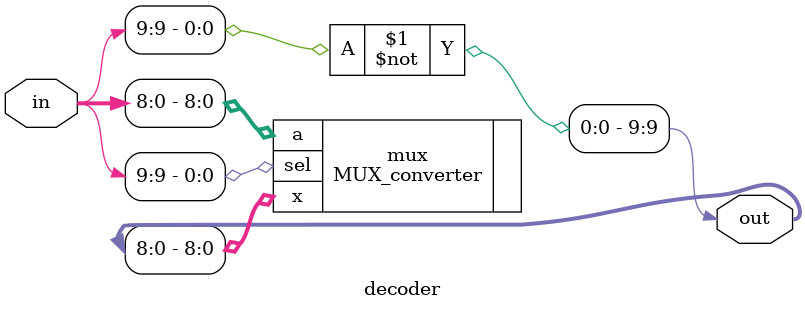
<source format=v>
`timescale 1ns / 1ps

//This module converts a binary offset number in a wo's complement one
module decoder(input [9:0] in, output [9:0] out
    );
MUX_converter mux(.a(in[8:0]), .x(out[8:0]),.sel(in[9]));
assign out[9]=~in[9];

endmodule

</source>
